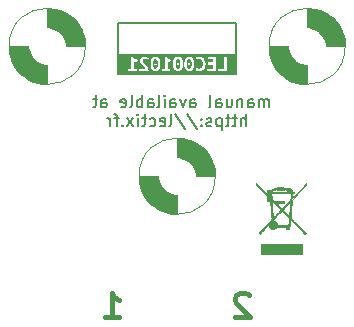
<source format=gbo>
G04 #@! TF.GenerationSoftware,KiCad,Pcbnew,6.0.9-8da3e8f707~116~ubuntu20.04.1*
G04 #@! TF.CreationDate,2023-03-23T19:36:49+00:00*
G04 #@! TF.ProjectId,LEC001021,4c454330-3031-4303-9231-2e6b69636164,rev?*
G04 #@! TF.SameCoordinates,Original*
G04 #@! TF.FileFunction,Legend,Bot*
G04 #@! TF.FilePolarity,Positive*
%FSLAX46Y46*%
G04 Gerber Fmt 4.6, Leading zero omitted, Abs format (unit mm)*
G04 Created by KiCad (PCBNEW 6.0.9-8da3e8f707~116~ubuntu20.04.1) date 2023-03-23 19:36:49*
%MOMM*%
%LPD*%
G01*
G04 APERTURE LIST*
%ADD10C,0.150000*%
%ADD11C,0.400000*%
%ADD12C,0.120000*%
%ADD13C,0.010000*%
G04 APERTURE END LIST*
D10*
X20000000Y-6375000D02*
X20000000Y-2000000D01*
X20000000Y-2000000D02*
X10000000Y-2000000D01*
X10000000Y-2000000D02*
X10000000Y-6375000D01*
X10000000Y-6375000D02*
X20000000Y-6375000D01*
D11*
X8928571Y-26904761D02*
X10071428Y-26904761D01*
X9500000Y-26904761D02*
X9500000Y-24904761D01*
X9690476Y-25190476D01*
X9880952Y-25380952D01*
X10071428Y-25476190D01*
X21071428Y-25095238D02*
X20976190Y-25000000D01*
X20785714Y-24904761D01*
X20309523Y-24904761D01*
X20119047Y-25000000D01*
X20023809Y-25095238D01*
X19928571Y-25285714D01*
X19928571Y-25476190D01*
X20023809Y-25761904D01*
X21166666Y-26904761D01*
X19928571Y-26904761D01*
D10*
X22761904Y-9147380D02*
X22761904Y-8480714D01*
X22761904Y-8575952D02*
X22714285Y-8528333D01*
X22619047Y-8480714D01*
X22476190Y-8480714D01*
X22380952Y-8528333D01*
X22333333Y-8623571D01*
X22333333Y-9147380D01*
X22333333Y-8623571D02*
X22285714Y-8528333D01*
X22190476Y-8480714D01*
X22047619Y-8480714D01*
X21952380Y-8528333D01*
X21904761Y-8623571D01*
X21904761Y-9147380D01*
X21000000Y-9147380D02*
X21000000Y-8623571D01*
X21047619Y-8528333D01*
X21142857Y-8480714D01*
X21333333Y-8480714D01*
X21428571Y-8528333D01*
X21000000Y-9099761D02*
X21095238Y-9147380D01*
X21333333Y-9147380D01*
X21428571Y-9099761D01*
X21476190Y-9004523D01*
X21476190Y-8909285D01*
X21428571Y-8814047D01*
X21333333Y-8766428D01*
X21095238Y-8766428D01*
X21000000Y-8718809D01*
X20523809Y-8480714D02*
X20523809Y-9147380D01*
X20523809Y-8575952D02*
X20476190Y-8528333D01*
X20380952Y-8480714D01*
X20238095Y-8480714D01*
X20142857Y-8528333D01*
X20095238Y-8623571D01*
X20095238Y-9147380D01*
X19190476Y-8480714D02*
X19190476Y-9147380D01*
X19619047Y-8480714D02*
X19619047Y-9004523D01*
X19571428Y-9099761D01*
X19476190Y-9147380D01*
X19333333Y-9147380D01*
X19238095Y-9099761D01*
X19190476Y-9052142D01*
X18285714Y-9147380D02*
X18285714Y-8623571D01*
X18333333Y-8528333D01*
X18428571Y-8480714D01*
X18619047Y-8480714D01*
X18714285Y-8528333D01*
X18285714Y-9099761D02*
X18380952Y-9147380D01*
X18619047Y-9147380D01*
X18714285Y-9099761D01*
X18761904Y-9004523D01*
X18761904Y-8909285D01*
X18714285Y-8814047D01*
X18619047Y-8766428D01*
X18380952Y-8766428D01*
X18285714Y-8718809D01*
X17666666Y-9147380D02*
X17761904Y-9099761D01*
X17809523Y-9004523D01*
X17809523Y-8147380D01*
X16095238Y-9147380D02*
X16095238Y-8623571D01*
X16142857Y-8528333D01*
X16238095Y-8480714D01*
X16428571Y-8480714D01*
X16523809Y-8528333D01*
X16095238Y-9099761D02*
X16190476Y-9147380D01*
X16428571Y-9147380D01*
X16523809Y-9099761D01*
X16571428Y-9004523D01*
X16571428Y-8909285D01*
X16523809Y-8814047D01*
X16428571Y-8766428D01*
X16190476Y-8766428D01*
X16095238Y-8718809D01*
X15714285Y-8480714D02*
X15476190Y-9147380D01*
X15238095Y-8480714D01*
X14428571Y-9147380D02*
X14428571Y-8623571D01*
X14476190Y-8528333D01*
X14571428Y-8480714D01*
X14761904Y-8480714D01*
X14857142Y-8528333D01*
X14428571Y-9099761D02*
X14523809Y-9147380D01*
X14761904Y-9147380D01*
X14857142Y-9099761D01*
X14904761Y-9004523D01*
X14904761Y-8909285D01*
X14857142Y-8814047D01*
X14761904Y-8766428D01*
X14523809Y-8766428D01*
X14428571Y-8718809D01*
X13952380Y-9147380D02*
X13952380Y-8480714D01*
X13952380Y-8147380D02*
X14000000Y-8195000D01*
X13952380Y-8242619D01*
X13904761Y-8195000D01*
X13952380Y-8147380D01*
X13952380Y-8242619D01*
X13333333Y-9147380D02*
X13428571Y-9099761D01*
X13476190Y-9004523D01*
X13476190Y-8147380D01*
X12523809Y-9147380D02*
X12523809Y-8623571D01*
X12571428Y-8528333D01*
X12666666Y-8480714D01*
X12857142Y-8480714D01*
X12952380Y-8528333D01*
X12523809Y-9099761D02*
X12619047Y-9147380D01*
X12857142Y-9147380D01*
X12952380Y-9099761D01*
X13000000Y-9004523D01*
X13000000Y-8909285D01*
X12952380Y-8814047D01*
X12857142Y-8766428D01*
X12619047Y-8766428D01*
X12523809Y-8718809D01*
X12047619Y-9147380D02*
X12047619Y-8147380D01*
X12047619Y-8528333D02*
X11952380Y-8480714D01*
X11761904Y-8480714D01*
X11666666Y-8528333D01*
X11619047Y-8575952D01*
X11571428Y-8671190D01*
X11571428Y-8956904D01*
X11619047Y-9052142D01*
X11666666Y-9099761D01*
X11761904Y-9147380D01*
X11952380Y-9147380D01*
X12047619Y-9099761D01*
X11000000Y-9147380D02*
X11095238Y-9099761D01*
X11142857Y-9004523D01*
X11142857Y-8147380D01*
X10238095Y-9099761D02*
X10333333Y-9147380D01*
X10523809Y-9147380D01*
X10619047Y-9099761D01*
X10666666Y-9004523D01*
X10666666Y-8623571D01*
X10619047Y-8528333D01*
X10523809Y-8480714D01*
X10333333Y-8480714D01*
X10238095Y-8528333D01*
X10190476Y-8623571D01*
X10190476Y-8718809D01*
X10666666Y-8814047D01*
X8571428Y-9147380D02*
X8571428Y-8623571D01*
X8619047Y-8528333D01*
X8714285Y-8480714D01*
X8904761Y-8480714D01*
X9000000Y-8528333D01*
X8571428Y-9099761D02*
X8666666Y-9147380D01*
X8904761Y-9147380D01*
X9000000Y-9099761D01*
X9047619Y-9004523D01*
X9047619Y-8909285D01*
X9000000Y-8814047D01*
X8904761Y-8766428D01*
X8666666Y-8766428D01*
X8571428Y-8718809D01*
X8238095Y-8480714D02*
X7857142Y-8480714D01*
X8095238Y-8147380D02*
X8095238Y-9004523D01*
X8047619Y-9099761D01*
X7952380Y-9147380D01*
X7857142Y-9147380D01*
X20809523Y-10757380D02*
X20809523Y-9757380D01*
X20380952Y-10757380D02*
X20380952Y-10233571D01*
X20428571Y-10138333D01*
X20523809Y-10090714D01*
X20666666Y-10090714D01*
X20761904Y-10138333D01*
X20809523Y-10185952D01*
X20047619Y-10090714D02*
X19666666Y-10090714D01*
X19904761Y-9757380D02*
X19904761Y-10614523D01*
X19857142Y-10709761D01*
X19761904Y-10757380D01*
X19666666Y-10757380D01*
X19476190Y-10090714D02*
X19095238Y-10090714D01*
X19333333Y-9757380D02*
X19333333Y-10614523D01*
X19285714Y-10709761D01*
X19190476Y-10757380D01*
X19095238Y-10757380D01*
X18761904Y-10090714D02*
X18761904Y-11090714D01*
X18761904Y-10138333D02*
X18666666Y-10090714D01*
X18476190Y-10090714D01*
X18380952Y-10138333D01*
X18333333Y-10185952D01*
X18285714Y-10281190D01*
X18285714Y-10566904D01*
X18333333Y-10662142D01*
X18380952Y-10709761D01*
X18476190Y-10757380D01*
X18666666Y-10757380D01*
X18761904Y-10709761D01*
X17904761Y-10709761D02*
X17809523Y-10757380D01*
X17619047Y-10757380D01*
X17523809Y-10709761D01*
X17476190Y-10614523D01*
X17476190Y-10566904D01*
X17523809Y-10471666D01*
X17619047Y-10424047D01*
X17761904Y-10424047D01*
X17857142Y-10376428D01*
X17904761Y-10281190D01*
X17904761Y-10233571D01*
X17857142Y-10138333D01*
X17761904Y-10090714D01*
X17619047Y-10090714D01*
X17523809Y-10138333D01*
X17047619Y-10662142D02*
X17000000Y-10709761D01*
X17047619Y-10757380D01*
X17095238Y-10709761D01*
X17047619Y-10662142D01*
X17047619Y-10757380D01*
X17047619Y-10138333D02*
X17000000Y-10185952D01*
X17047619Y-10233571D01*
X17095238Y-10185952D01*
X17047619Y-10138333D01*
X17047619Y-10233571D01*
X15857142Y-9709761D02*
X16714285Y-10995476D01*
X14809523Y-9709761D02*
X15666666Y-10995476D01*
X14333333Y-10757380D02*
X14428571Y-10709761D01*
X14476190Y-10614523D01*
X14476190Y-9757380D01*
X13571428Y-10709761D02*
X13666666Y-10757380D01*
X13857142Y-10757380D01*
X13952380Y-10709761D01*
X14000000Y-10614523D01*
X14000000Y-10233571D01*
X13952380Y-10138333D01*
X13857142Y-10090714D01*
X13666666Y-10090714D01*
X13571428Y-10138333D01*
X13523809Y-10233571D01*
X13523809Y-10328809D01*
X14000000Y-10424047D01*
X12666666Y-10709761D02*
X12761904Y-10757380D01*
X12952380Y-10757380D01*
X13047619Y-10709761D01*
X13095238Y-10662142D01*
X13142857Y-10566904D01*
X13142857Y-10281190D01*
X13095238Y-10185952D01*
X13047619Y-10138333D01*
X12952380Y-10090714D01*
X12761904Y-10090714D01*
X12666666Y-10138333D01*
X12380952Y-10090714D02*
X12000000Y-10090714D01*
X12238095Y-9757380D02*
X12238095Y-10614523D01*
X12190476Y-10709761D01*
X12095238Y-10757380D01*
X12000000Y-10757380D01*
X11666666Y-10757380D02*
X11666666Y-10090714D01*
X11666666Y-9757380D02*
X11714285Y-9805000D01*
X11666666Y-9852619D01*
X11619047Y-9805000D01*
X11666666Y-9757380D01*
X11666666Y-9852619D01*
X11285714Y-10757380D02*
X10761904Y-10090714D01*
X11285714Y-10090714D02*
X10761904Y-10757380D01*
X10380952Y-10662142D02*
X10333333Y-10709761D01*
X10380952Y-10757380D01*
X10428571Y-10709761D01*
X10380952Y-10662142D01*
X10380952Y-10757380D01*
X10047619Y-10090714D02*
X9666666Y-10090714D01*
X9904761Y-10757380D02*
X9904761Y-9900238D01*
X9857142Y-9805000D01*
X9761904Y-9757380D01*
X9666666Y-9757380D01*
X9333333Y-10757380D02*
X9333333Y-10090714D01*
X9333333Y-10281190D02*
X9285714Y-10185952D01*
X9238095Y-10138333D01*
X9142857Y-10090714D01*
X9047619Y-10090714D01*
D12*
G04 #@! TO.C,H2*
X7224903Y-4000000D02*
G75*
G03*
X7224903Y-4000000I-3224903J0D01*
G01*
G36*
X2400000Y-4100000D02*
G01*
X2500000Y-4500000D01*
X2700000Y-4900000D01*
X3100000Y-5300000D01*
X3500000Y-5500000D01*
X3900000Y-5600000D01*
X4000000Y-5600000D01*
X4000000Y-7224903D01*
X3500000Y-7200000D01*
X2500000Y-6900000D01*
X1700000Y-6300000D01*
X1200000Y-5600000D01*
X900000Y-4900000D01*
X800000Y-4500000D01*
X800000Y-4000000D01*
X2400000Y-4000000D01*
X2400000Y-4100000D01*
G37*
D13*
X2400000Y-4100000D02*
X2500000Y-4500000D01*
X2700000Y-4900000D01*
X3100000Y-5300000D01*
X3500000Y-5500000D01*
X3900000Y-5600000D01*
X4000000Y-5600000D01*
X4000000Y-7224903D01*
X3500000Y-7200000D01*
X2500000Y-6900000D01*
X1700000Y-6300000D01*
X1200000Y-5600000D01*
X900000Y-4900000D01*
X800000Y-4500000D01*
X800000Y-4000000D01*
X2400000Y-4000000D01*
X2400000Y-4100000D01*
G36*
X4500000Y-800000D02*
G01*
X5500000Y-1100000D01*
X6300000Y-1700000D01*
X6800000Y-2400000D01*
X7100000Y-3100000D01*
X7200000Y-3500000D01*
X7200000Y-4000000D01*
X5600000Y-4000000D01*
X5600000Y-3900000D01*
X5500000Y-3500000D01*
X5300000Y-3100000D01*
X4900000Y-2700000D01*
X4500000Y-2500000D01*
X4100000Y-2400000D01*
X4000000Y-2400000D01*
X4000000Y-775097D01*
X4500000Y-800000D01*
G37*
X4500000Y-800000D02*
X5500000Y-1100000D01*
X6300000Y-1700000D01*
X6800000Y-2400000D01*
X7100000Y-3100000D01*
X7200000Y-3500000D01*
X7200000Y-4000000D01*
X5600000Y-4000000D01*
X5600000Y-3900000D01*
X5500000Y-3500000D01*
X5300000Y-3100000D01*
X4900000Y-2700000D01*
X4500000Y-2500000D01*
X4100000Y-2400000D01*
X4000000Y-2400000D01*
X4000000Y-775097D01*
X4500000Y-800000D01*
D12*
G04 #@! TO.C,H3*
X29224903Y-4000000D02*
G75*
G03*
X29224903Y-4000000I-3224903J0D01*
G01*
G36*
X26500000Y-800000D02*
G01*
X27500000Y-1100000D01*
X28300000Y-1700000D01*
X28800000Y-2400000D01*
X29100000Y-3100000D01*
X29200000Y-3500000D01*
X29200000Y-4000000D01*
X27600000Y-4000000D01*
X27600000Y-3900000D01*
X27500000Y-3500000D01*
X27300000Y-3100000D01*
X26900000Y-2700000D01*
X26500000Y-2500000D01*
X26100000Y-2400000D01*
X26000000Y-2400000D01*
X26000000Y-775097D01*
X26500000Y-800000D01*
G37*
D13*
X26500000Y-800000D02*
X27500000Y-1100000D01*
X28300000Y-1700000D01*
X28800000Y-2400000D01*
X29100000Y-3100000D01*
X29200000Y-3500000D01*
X29200000Y-4000000D01*
X27600000Y-4000000D01*
X27600000Y-3900000D01*
X27500000Y-3500000D01*
X27300000Y-3100000D01*
X26900000Y-2700000D01*
X26500000Y-2500000D01*
X26100000Y-2400000D01*
X26000000Y-2400000D01*
X26000000Y-775097D01*
X26500000Y-800000D01*
G36*
X24400000Y-4100000D02*
G01*
X24500000Y-4500000D01*
X24700000Y-4900000D01*
X25100000Y-5300000D01*
X25500000Y-5500000D01*
X25900000Y-5600000D01*
X26000000Y-5600000D01*
X26000000Y-7224903D01*
X25500000Y-7200000D01*
X24500000Y-6900000D01*
X23700000Y-6300000D01*
X23200000Y-5600000D01*
X22900000Y-4900000D01*
X22800000Y-4500000D01*
X22800000Y-4000000D01*
X24400000Y-4000000D01*
X24400000Y-4100000D01*
G37*
X24400000Y-4100000D02*
X24500000Y-4500000D01*
X24700000Y-4900000D01*
X25100000Y-5300000D01*
X25500000Y-5500000D01*
X25900000Y-5600000D01*
X26000000Y-5600000D01*
X26000000Y-7224903D01*
X25500000Y-7200000D01*
X24500000Y-6900000D01*
X23700000Y-6300000D01*
X23200000Y-5600000D01*
X22900000Y-4900000D01*
X22800000Y-4500000D01*
X22800000Y-4000000D01*
X24400000Y-4000000D01*
X24400000Y-4100000D01*
D12*
G04 #@! TO.C,H1*
X18224903Y-15000000D02*
G75*
G03*
X18224903Y-15000000I-3224903J0D01*
G01*
G36*
X15500000Y-11800000D02*
G01*
X16500000Y-12100000D01*
X17300000Y-12700000D01*
X17800000Y-13400000D01*
X18100000Y-14100000D01*
X18200000Y-14500000D01*
X18200000Y-15000000D01*
X16600000Y-15000000D01*
X16600000Y-14900000D01*
X16500000Y-14500000D01*
X16300000Y-14100000D01*
X15900000Y-13700000D01*
X15500000Y-13500000D01*
X15100000Y-13400000D01*
X15000000Y-13400000D01*
X15000000Y-11775097D01*
X15500000Y-11800000D01*
G37*
D13*
X15500000Y-11800000D02*
X16500000Y-12100000D01*
X17300000Y-12700000D01*
X17800000Y-13400000D01*
X18100000Y-14100000D01*
X18200000Y-14500000D01*
X18200000Y-15000000D01*
X16600000Y-15000000D01*
X16600000Y-14900000D01*
X16500000Y-14500000D01*
X16300000Y-14100000D01*
X15900000Y-13700000D01*
X15500000Y-13500000D01*
X15100000Y-13400000D01*
X15000000Y-13400000D01*
X15000000Y-11775097D01*
X15500000Y-11800000D01*
G36*
X13400000Y-15100000D02*
G01*
X13500000Y-15500000D01*
X13700000Y-15900000D01*
X14100000Y-16300000D01*
X14500000Y-16500000D01*
X14900000Y-16600000D01*
X15000000Y-16600000D01*
X15000000Y-18224903D01*
X14500000Y-18200000D01*
X13500000Y-17900000D01*
X12700000Y-17300000D01*
X12200000Y-16600000D01*
X11900000Y-15900000D01*
X11800000Y-15500000D01*
X11800000Y-15000000D01*
X13400000Y-15000000D01*
X13400000Y-15100000D01*
G37*
X13400000Y-15100000D02*
X13500000Y-15500000D01*
X13700000Y-15900000D01*
X14100000Y-16300000D01*
X14500000Y-16500000D01*
X14900000Y-16600000D01*
X15000000Y-16600000D01*
X15000000Y-18224903D01*
X14500000Y-18200000D01*
X13500000Y-17900000D01*
X12700000Y-17300000D01*
X12200000Y-16600000D01*
X11900000Y-15900000D01*
X11800000Y-15500000D01*
X11800000Y-15000000D01*
X13400000Y-15000000D01*
X13400000Y-15100000D01*
G04 #@! TO.C,kibuzzard-6239BEEF*
G36*
X12988892Y-5257612D02*
G01*
X13016938Y-5176437D01*
X13079088Y-5097142D01*
X13164575Y-5070710D01*
X13248871Y-5097142D01*
X13311260Y-5176437D01*
X13339835Y-5257612D01*
X13356980Y-5360164D01*
X13362695Y-5484095D01*
X13356980Y-5609084D01*
X13339835Y-5712272D01*
X13311260Y-5793658D01*
X13248871Y-5872953D01*
X13164575Y-5899385D01*
X13079088Y-5872953D01*
X13016938Y-5793658D01*
X12988892Y-5712272D01*
X12972064Y-5609084D01*
X12966455Y-5484095D01*
X12967317Y-5465045D01*
X13057895Y-5465045D01*
X13087422Y-5553628D01*
X13162670Y-5590775D01*
X13240775Y-5553628D01*
X13269350Y-5465045D01*
X13240775Y-5375510D01*
X13162670Y-5337410D01*
X13087422Y-5375510D01*
X13057895Y-5465045D01*
X12967317Y-5465045D01*
X12972064Y-5360164D01*
X12988892Y-5257612D01*
G37*
G36*
X14893892Y-5257612D02*
G01*
X14921937Y-5176437D01*
X14984088Y-5097142D01*
X15069575Y-5070710D01*
X15153871Y-5097142D01*
X15216260Y-5176437D01*
X15244835Y-5257612D01*
X15261980Y-5360164D01*
X15267695Y-5484095D01*
X15261980Y-5609084D01*
X15244835Y-5712272D01*
X15216260Y-5793658D01*
X15153871Y-5872953D01*
X15069575Y-5899385D01*
X14984088Y-5872953D01*
X14921937Y-5793658D01*
X14893892Y-5712272D01*
X14877064Y-5609084D01*
X14871455Y-5484095D01*
X14872317Y-5465045D01*
X14962895Y-5465045D01*
X14992422Y-5553628D01*
X15067670Y-5590775D01*
X15145775Y-5553628D01*
X15174350Y-5465045D01*
X15145775Y-5375510D01*
X15067670Y-5337410D01*
X14992422Y-5375510D01*
X14962895Y-5465045D01*
X14872317Y-5465045D01*
X14877064Y-5360164D01*
X14893892Y-5257612D01*
G37*
G36*
X20064776Y-6339440D02*
G01*
X10017224Y-6339440D01*
X10017224Y-6076550D01*
X10861430Y-6076550D01*
X11577710Y-6076550D01*
X11808215Y-6076550D01*
X12577835Y-6076550D01*
X12582597Y-6028925D01*
X12581645Y-5988920D01*
X12572834Y-5897480D01*
X12546402Y-5813660D01*
X12506397Y-5736746D01*
X12456867Y-5666023D01*
X12400670Y-5600776D01*
X12340662Y-5540293D01*
X12281408Y-5484095D01*
X12755000Y-5484095D01*
X12761548Y-5630304D01*
X12781194Y-5756510D01*
X12813936Y-5862714D01*
X12859775Y-5948915D01*
X12940208Y-6033582D01*
X13041808Y-6084382D01*
X13164575Y-6101315D01*
X13287342Y-6084382D01*
X13303006Y-6076550D01*
X13718930Y-6076550D01*
X14435210Y-6076550D01*
X14435210Y-5882240D01*
X14187560Y-5882240D01*
X14187560Y-5484095D01*
X14660000Y-5484095D01*
X14666548Y-5630304D01*
X14686194Y-5756510D01*
X14718936Y-5862714D01*
X14764775Y-5948915D01*
X14845208Y-6033582D01*
X14946808Y-6084382D01*
X15069575Y-6101315D01*
X15192342Y-6084382D01*
X15293942Y-6033582D01*
X15374375Y-5948915D01*
X15420214Y-5862714D01*
X15452956Y-5756510D01*
X15472602Y-5630304D01*
X15479150Y-5484095D01*
X15612500Y-5484095D01*
X15619048Y-5630304D01*
X15638694Y-5756510D01*
X15671436Y-5862714D01*
X15717275Y-5948915D01*
X15797708Y-6033582D01*
X15899308Y-6084382D01*
X16022075Y-6101315D01*
X16144842Y-6084382D01*
X16246442Y-6033582D01*
X16259915Y-6019400D01*
X16557380Y-6019400D01*
X16691683Y-6075598D01*
X16782884Y-6094886D01*
X16886945Y-6101315D01*
X17040192Y-6083535D01*
X17056823Y-6076550D01*
X17527025Y-6076550D01*
X18283310Y-6076550D01*
X18479525Y-6076550D01*
X19220570Y-6076550D01*
X19220570Y-4897355D01*
X18984350Y-4897355D01*
X18984350Y-5882240D01*
X18479525Y-5882240D01*
X18479525Y-6076550D01*
X18283310Y-6076550D01*
X18283310Y-4897355D01*
X17568935Y-4897355D01*
X17568935Y-5091665D01*
X18048995Y-5091665D01*
X18048995Y-5356460D01*
X17631800Y-5356460D01*
X17631800Y-5550770D01*
X18048995Y-5550770D01*
X18048995Y-5882240D01*
X17527025Y-5882240D01*
X17527025Y-6076550D01*
X17056823Y-6076550D01*
X17167192Y-6030195D01*
X17267945Y-5941295D01*
X17325452Y-5852832D01*
X17366529Y-5747461D01*
X17391175Y-5625184D01*
X17399390Y-5486000D01*
X17389389Y-5347411D01*
X17359385Y-5225015D01*
X17311522Y-5119526D01*
X17247943Y-5031657D01*
X17169838Y-4962125D01*
X17078398Y-4911642D01*
X16975766Y-4880924D01*
X16864085Y-4870685D01*
X16750738Y-4881162D01*
X16662155Y-4904975D01*
X16598338Y-4933550D01*
X16559285Y-4956410D01*
X16620245Y-5143100D01*
X16725973Y-5094522D01*
X16867895Y-5074520D01*
X16975528Y-5094522D01*
X17068873Y-5161197D01*
X17135548Y-5285975D01*
X17154836Y-5373605D01*
X17161265Y-5480285D01*
X17153539Y-5604428D01*
X17130362Y-5707615D01*
X17091733Y-5789848D01*
X17000054Y-5870572D01*
X16864085Y-5897480D01*
X16712638Y-5876525D01*
X16616435Y-5834615D01*
X16557380Y-6019400D01*
X16259915Y-6019400D01*
X16326875Y-5948915D01*
X16372714Y-5862714D01*
X16405456Y-5756510D01*
X16425102Y-5630304D01*
X16431650Y-5484095D01*
X16424983Y-5339553D01*
X16404980Y-5214537D01*
X16371643Y-5109048D01*
X16324970Y-5023085D01*
X16243902Y-4938418D01*
X16142937Y-4887618D01*
X16022075Y-4870685D01*
X15899308Y-4887512D01*
X15797708Y-4937995D01*
X15717275Y-5022132D01*
X15671436Y-5107798D01*
X15638694Y-5213347D01*
X15619048Y-5338779D01*
X15612500Y-5484095D01*
X15479150Y-5484095D01*
X15472483Y-5339553D01*
X15452480Y-5214537D01*
X15419143Y-5109048D01*
X15372470Y-5023085D01*
X15291402Y-4938418D01*
X15190437Y-4887618D01*
X15069575Y-4870685D01*
X14946808Y-4887512D01*
X14845208Y-4937995D01*
X14764775Y-5022132D01*
X14718936Y-5107798D01*
X14686194Y-5213347D01*
X14666548Y-5338779D01*
X14660000Y-5484095D01*
X14187560Y-5484095D01*
X14187560Y-5223110D01*
X14309480Y-5290737D01*
X14425685Y-5337410D01*
X14501885Y-5143100D01*
X14402825Y-5099285D01*
X14296145Y-5040230D01*
X14195180Y-4971650D01*
X14113265Y-4897355D01*
X13953245Y-4897355D01*
X13953245Y-5882240D01*
X13718930Y-5882240D01*
X13718930Y-6076550D01*
X13303006Y-6076550D01*
X13388942Y-6033582D01*
X13469375Y-5948915D01*
X13515214Y-5862714D01*
X13547956Y-5756510D01*
X13567602Y-5630304D01*
X13574150Y-5484095D01*
X13567482Y-5339553D01*
X13547480Y-5214537D01*
X13514142Y-5109048D01*
X13467470Y-5023085D01*
X13386402Y-4938418D01*
X13285437Y-4887618D01*
X13164575Y-4870685D01*
X13041808Y-4887512D01*
X12940208Y-4937995D01*
X12859775Y-5022132D01*
X12813936Y-5107798D01*
X12781194Y-5213347D01*
X12761548Y-5338779D01*
X12755000Y-5484095D01*
X12281408Y-5484095D01*
X12280655Y-5483381D01*
X12224457Y-5428850D01*
X12134922Y-5325980D01*
X12099680Y-5225015D01*
X12143495Y-5113572D01*
X12253985Y-5074520D01*
X12370190Y-5101190D01*
X12490205Y-5190725D01*
X12606410Y-5026895D01*
X12524257Y-4957362D01*
X12430197Y-4908785D01*
X12330423Y-4880210D01*
X12231125Y-4870685D01*
X12092060Y-4891640D01*
X11973950Y-4954505D01*
X11892035Y-5060232D01*
X11861555Y-5207870D01*
X11884415Y-5325027D01*
X11945375Y-5434565D01*
X12031100Y-5537435D01*
X12128255Y-5632685D01*
X12185405Y-5686978D01*
X12246365Y-5751748D01*
X12294942Y-5819375D01*
X12314945Y-5882240D01*
X11808215Y-5882240D01*
X11808215Y-6076550D01*
X11577710Y-6076550D01*
X11577710Y-5882240D01*
X11330060Y-5882240D01*
X11330060Y-5223110D01*
X11451980Y-5290737D01*
X11568185Y-5337410D01*
X11644385Y-5143100D01*
X11545325Y-5099285D01*
X11438645Y-5040230D01*
X11337680Y-4971650D01*
X11255765Y-4897355D01*
X11095745Y-4897355D01*
X11095745Y-5882240D01*
X10861430Y-5882240D01*
X10861430Y-6076550D01*
X10017224Y-6076550D01*
X10017224Y-4632560D01*
X20064776Y-4632560D01*
X20064776Y-6339440D01*
G37*
G36*
X15846392Y-5257612D02*
G01*
X15874438Y-5176437D01*
X15936588Y-5097142D01*
X16022075Y-5070710D01*
X16106371Y-5097142D01*
X16168760Y-5176437D01*
X16197335Y-5257612D01*
X16214480Y-5360164D01*
X16220195Y-5484095D01*
X16214480Y-5609084D01*
X16197335Y-5712272D01*
X16168760Y-5793658D01*
X16106371Y-5872953D01*
X16022075Y-5899385D01*
X15936588Y-5872953D01*
X15874438Y-5793658D01*
X15846392Y-5712272D01*
X15829564Y-5609084D01*
X15823955Y-5484095D01*
X15824817Y-5465045D01*
X15915395Y-5465045D01*
X15944923Y-5553628D01*
X16020170Y-5590775D01*
X16098275Y-5553628D01*
X16126850Y-5465045D01*
X16098275Y-5375510D01*
X16020170Y-5337410D01*
X15944923Y-5375510D01*
X15915395Y-5465045D01*
X15824817Y-5465045D01*
X15829564Y-5360164D01*
X15846392Y-5257612D01*
G37*
G04 #@! TO.C,REF\u002A\u002A*
G36*
X24815662Y-16327696D02*
G01*
X24855314Y-16328782D01*
X24923109Y-16328782D01*
X24923109Y-16441951D01*
X24763577Y-16441951D01*
X24748682Y-16619732D01*
X24746682Y-16644037D01*
X24742023Y-16704880D01*
X24738731Y-16754389D01*
X24737092Y-16787992D01*
X24737390Y-16801116D01*
X24741724Y-16797343D01*
X24761496Y-16777676D01*
X24795679Y-16742818D01*
X24842541Y-16694576D01*
X24900354Y-16634757D01*
X24967387Y-16565167D01*
X25041912Y-16487615D01*
X25122197Y-16403907D01*
X25206513Y-16315849D01*
X25293130Y-16225250D01*
X25380319Y-16133915D01*
X25466349Y-16043653D01*
X25549492Y-15956269D01*
X25628016Y-15873572D01*
X25700192Y-15797368D01*
X25764291Y-15729463D01*
X25818583Y-15671666D01*
X25915592Y-15568040D01*
X25916034Y-15656315D01*
X25916475Y-15744589D01*
X25315938Y-16376158D01*
X24715401Y-17007726D01*
X24703396Y-17151674D01*
X24655365Y-17727635D01*
X24646876Y-17829791D01*
X24636343Y-17957612D01*
X24626621Y-18076767D01*
X24617898Y-18184914D01*
X24610358Y-18279713D01*
X24604187Y-18358819D01*
X24599573Y-18419892D01*
X24596700Y-18460590D01*
X24595754Y-18478570D01*
X24598251Y-18486808D01*
X24609471Y-18504599D01*
X24630751Y-18531411D01*
X24641021Y-18543129D01*
X24663225Y-18568466D01*
X24708023Y-18616986D01*
X24766281Y-18678192D01*
X24839129Y-18753307D01*
X24927703Y-18843550D01*
X25033134Y-18950145D01*
X25102492Y-19020093D01*
X25199179Y-19117658D01*
X25295526Y-19214941D01*
X25388638Y-19309014D01*
X25475618Y-19396950D01*
X25553569Y-19475820D01*
X25619596Y-19542699D01*
X25670802Y-19594658D01*
X25871514Y-19798620D01*
X25835058Y-19836671D01*
X25826460Y-19845245D01*
X25801095Y-19866297D01*
X25783695Y-19874723D01*
X25770071Y-19867530D01*
X25744743Y-19845944D01*
X25714379Y-19814995D01*
X25695896Y-19795448D01*
X25661427Y-19759752D01*
X25612712Y-19709684D01*
X25551469Y-19647001D01*
X25479420Y-19573457D01*
X25398285Y-19490810D01*
X25309784Y-19400815D01*
X25215637Y-19305228D01*
X25117565Y-19205805D01*
X24575161Y-18656343D01*
X24553066Y-18941746D01*
X24548250Y-19002662D01*
X24541216Y-19084548D01*
X24534872Y-19146569D01*
X24528748Y-19191987D01*
X24522373Y-19224062D01*
X24515277Y-19246052D01*
X24506991Y-19261219D01*
X24495393Y-19282416D01*
X24485850Y-19321386D01*
X24483010Y-19377531D01*
X24483010Y-19459773D01*
X24256674Y-19459773D01*
X24256674Y-19283733D01*
X23411082Y-19283733D01*
X23362203Y-19339262D01*
X23348836Y-19353722D01*
X23276388Y-19411813D01*
X23194532Y-19447576D01*
X23105900Y-19459773D01*
X23027692Y-19453306D01*
X22939233Y-19426047D01*
X22863507Y-19377328D01*
X22848748Y-19363403D01*
X22811864Y-19318328D01*
X22779503Y-19265819D01*
X22756297Y-19214061D01*
X22746879Y-19171239D01*
X22746697Y-19165023D01*
X22745342Y-19142246D01*
X22741800Y-19126513D01*
X22734390Y-19119068D01*
X22721431Y-19121156D01*
X22701243Y-19134020D01*
X22672145Y-19158905D01*
X22632456Y-19197053D01*
X22580496Y-19249710D01*
X22514584Y-19318119D01*
X22433040Y-19403524D01*
X22389604Y-19449112D01*
X22317000Y-19525441D01*
X22248309Y-19597808D01*
X22186223Y-19663366D01*
X22133434Y-19719274D01*
X22092634Y-19762686D01*
X22066515Y-19790758D01*
X21995119Y-19868436D01*
X21906863Y-19780416D01*
X22452690Y-19208287D01*
X22487105Y-19172188D01*
X22609546Y-19043272D01*
X22714651Y-18931754D01*
X22802736Y-18837288D01*
X22874116Y-18759529D01*
X22924588Y-18703174D01*
X23131247Y-18703174D01*
X23132872Y-18716434D01*
X23133156Y-18717819D01*
X23146698Y-18749228D01*
X23173748Y-18763863D01*
X23257129Y-18795063D01*
X23331418Y-18847038D01*
X23389846Y-18915791D01*
X23429890Y-18998315D01*
X23449026Y-19091606D01*
X23455364Y-19170565D01*
X24404838Y-19170565D01*
X24411458Y-19142273D01*
X24412629Y-19135329D01*
X24416268Y-19104281D01*
X24421234Y-19054081D01*
X24427157Y-18988727D01*
X24433669Y-18912219D01*
X24440401Y-18828555D01*
X24462724Y-18543129D01*
X24161826Y-18237565D01*
X24106636Y-18181704D01*
X24039109Y-18113888D01*
X23978529Y-18053643D01*
X23927021Y-18003052D01*
X23886710Y-17964200D01*
X23859722Y-17939170D01*
X23848182Y-17930046D01*
X23840444Y-17934405D01*
X23817395Y-17954241D01*
X23782709Y-17987375D01*
X23739487Y-18030820D01*
X23690832Y-18081587D01*
X23678140Y-18095051D01*
X23621229Y-18155275D01*
X23553414Y-18226864D01*
X23479800Y-18304437D01*
X23405493Y-18382611D01*
X23335599Y-18456005D01*
X23331401Y-18460409D01*
X23266420Y-18528785D01*
X23216836Y-18581732D01*
X23180688Y-18621767D01*
X23156016Y-18651411D01*
X23140858Y-18673181D01*
X23133256Y-18689595D01*
X23131247Y-18703174D01*
X22924588Y-18703174D01*
X22929105Y-18698131D01*
X22968019Y-18652748D01*
X22991173Y-18623035D01*
X22998882Y-18608644D01*
X22998883Y-18608559D01*
X22997825Y-18590624D01*
X22994737Y-18550421D01*
X22989858Y-18490687D01*
X22983432Y-18414158D01*
X22975700Y-18323569D01*
X22966905Y-18221657D01*
X22957287Y-18111159D01*
X22947091Y-17994811D01*
X22936556Y-17875348D01*
X22925926Y-17755507D01*
X22915442Y-17638025D01*
X22905346Y-17525637D01*
X22895881Y-17421081D01*
X22887288Y-17327091D01*
X22879809Y-17246405D01*
X22873687Y-17181759D01*
X22869162Y-17135888D01*
X22866478Y-17111530D01*
X22861067Y-17070732D01*
X22990253Y-17070732D01*
X22991908Y-17101653D01*
X22995549Y-17153653D01*
X23000995Y-17224487D01*
X23008063Y-17311911D01*
X23016570Y-17413681D01*
X23026335Y-17527552D01*
X23037174Y-17651279D01*
X23048907Y-17782618D01*
X23058079Y-17883908D01*
X23069566Y-18009526D01*
X23080322Y-18125762D01*
X23090131Y-18230380D01*
X23098781Y-18321140D01*
X23106057Y-18395804D01*
X23111746Y-18452134D01*
X23115634Y-18487891D01*
X23117506Y-18500837D01*
X23123188Y-18496826D01*
X23144020Y-18477138D01*
X23177872Y-18443322D01*
X23222412Y-18397837D01*
X23275310Y-18343146D01*
X23334236Y-18281710D01*
X23396858Y-18215990D01*
X23460848Y-18148449D01*
X23523874Y-18081547D01*
X23583606Y-18017746D01*
X23637713Y-17959507D01*
X23683865Y-17909292D01*
X23719733Y-17869563D01*
X23742984Y-17842780D01*
X23749778Y-17833477D01*
X23931601Y-17833477D01*
X24207305Y-18108968D01*
X24274726Y-18176224D01*
X24338267Y-18239162D01*
X24387490Y-18287100D01*
X24424196Y-18321594D01*
X24450190Y-18344199D01*
X24467276Y-18356471D01*
X24477256Y-18359966D01*
X24481935Y-18356238D01*
X24483116Y-18346844D01*
X24483873Y-18331749D01*
X24486601Y-18292883D01*
X24491108Y-18233895D01*
X24497179Y-18157473D01*
X24504596Y-18066305D01*
X24513142Y-17963080D01*
X24522602Y-17850483D01*
X24532758Y-17731205D01*
X24541723Y-17626077D01*
X24551066Y-17515351D01*
X24559443Y-17414814D01*
X24566653Y-17326943D01*
X24572496Y-17254215D01*
X24576769Y-17199110D01*
X24579273Y-17164104D01*
X24579805Y-17151674D01*
X24579384Y-17151908D01*
X24567509Y-17163350D01*
X24541130Y-17190198D01*
X24502570Y-17230018D01*
X24454153Y-17280372D01*
X24398203Y-17338828D01*
X24337042Y-17402948D01*
X24272995Y-17470298D01*
X24208385Y-17538443D01*
X24145535Y-17604948D01*
X24086768Y-17667377D01*
X24034409Y-17723295D01*
X23933533Y-17831406D01*
X23931601Y-17833477D01*
X23749778Y-17833477D01*
X23751290Y-17831406D01*
X23743148Y-17820383D01*
X23719478Y-17793999D01*
X23682478Y-17754527D01*
X23634350Y-17704191D01*
X23577296Y-17645217D01*
X23513520Y-17579830D01*
X23445222Y-17510255D01*
X23374605Y-17438716D01*
X23303871Y-17367438D01*
X23235222Y-17298647D01*
X23170861Y-17234566D01*
X23112989Y-17177422D01*
X23063810Y-17129439D01*
X23025524Y-17092841D01*
X23000334Y-17069854D01*
X22990442Y-17062703D01*
X22990253Y-17070732D01*
X22861067Y-17070732D01*
X22859390Y-17058089D01*
X22584297Y-17058089D01*
X22584140Y-16957495D01*
X22684891Y-16957495D01*
X22766624Y-16957495D01*
X22773895Y-16957489D01*
X22814950Y-16956613D01*
X22837277Y-16952867D01*
X22846529Y-16944270D01*
X22848357Y-16928840D01*
X22840306Y-16906159D01*
X22812730Y-16868428D01*
X22766624Y-16819179D01*
X22684891Y-16738172D01*
X22684891Y-16957495D01*
X22584140Y-16957495D01*
X22583968Y-16847471D01*
X22583639Y-16636852D01*
X22131914Y-16177891D01*
X21680189Y-15718931D01*
X21679570Y-15631848D01*
X21678951Y-15544767D01*
X22220769Y-16093952D01*
X22273137Y-16146998D01*
X22381803Y-16256772D01*
X22474709Y-16350114D01*
X22553055Y-16428173D01*
X22618043Y-16492097D01*
X22670872Y-16543035D01*
X22712743Y-16582135D01*
X22744855Y-16610548D01*
X22768410Y-16629420D01*
X22784608Y-16639901D01*
X22794649Y-16643139D01*
X22811579Y-16642158D01*
X22821084Y-16634996D01*
X22822723Y-16615401D01*
X22818782Y-16577124D01*
X22816065Y-16553025D01*
X22812284Y-16512744D01*
X22810760Y-16485961D01*
X22810015Y-16476728D01*
X22802746Y-16466839D01*
X22782668Y-16463562D01*
X22743689Y-16464992D01*
X22733737Y-16465553D01*
X22693898Y-16464921D01*
X22665560Y-16456167D01*
X22645586Y-16441951D01*
X22928852Y-16441951D01*
X22933013Y-16489104D01*
X22934935Y-16510498D01*
X22940924Y-16568909D01*
X22946826Y-16607381D01*
X22953727Y-16629912D01*
X22962712Y-16640498D01*
X22974870Y-16643139D01*
X22985801Y-16644937D01*
X22993050Y-16653530D01*
X22997100Y-16673505D01*
X22998863Y-16709450D01*
X22999248Y-16765952D01*
X22999248Y-16888766D01*
X23039447Y-16928840D01*
X23137565Y-17026654D01*
X23275881Y-17164542D01*
X23275881Y-17058089D01*
X24030337Y-17058089D01*
X24030337Y-17297000D01*
X23411831Y-17297000D01*
X23621592Y-17513906D01*
X23661770Y-17555334D01*
X23717328Y-17612200D01*
X23765570Y-17661082D01*
X23803971Y-17699441D01*
X23830003Y-17724741D01*
X23841140Y-17734442D01*
X23845373Y-17731767D01*
X23865224Y-17713782D01*
X23899451Y-17680481D01*
X23946227Y-17633712D01*
X24003724Y-17575325D01*
X24070112Y-17507169D01*
X24143564Y-17431094D01*
X24222251Y-17348950D01*
X24301341Y-17265943D01*
X24378871Y-17184136D01*
X24441746Y-17117083D01*
X24491502Y-17063007D01*
X24529678Y-17020129D01*
X24557811Y-16986673D01*
X24577440Y-16960861D01*
X24590101Y-16940914D01*
X24597334Y-16925056D01*
X24600675Y-16911509D01*
X24601561Y-16904910D01*
X24605488Y-16868548D01*
X24610459Y-16815018D01*
X24615927Y-16750421D01*
X24621344Y-16680862D01*
X24623181Y-16656635D01*
X24628488Y-16591178D01*
X24633548Y-16534717D01*
X24637863Y-16492618D01*
X24640934Y-16470243D01*
X24646955Y-16441951D01*
X22928852Y-16441951D01*
X22645586Y-16441951D01*
X22637630Y-16436289D01*
X22632820Y-16432104D01*
X22593482Y-16381427D01*
X22577903Y-16328782D01*
X22918698Y-16328782D01*
X24333221Y-16328782D01*
X24545881Y-16328782D01*
X24602908Y-16328782D01*
X24619993Y-16328662D01*
X24645308Y-16326462D01*
X24652616Y-16319334D01*
X24646943Y-16304508D01*
X24645267Y-16301682D01*
X24626448Y-16279944D01*
X24599183Y-16255820D01*
X24571987Y-16236254D01*
X24553371Y-16228188D01*
X24551697Y-16229463D01*
X24547544Y-16246976D01*
X24545881Y-16278485D01*
X24545881Y-16328782D01*
X24333221Y-16328782D01*
X24329526Y-16238095D01*
X24325832Y-16147407D01*
X24250386Y-16132252D01*
X24212551Y-16125379D01*
X24149368Y-16115756D01*
X24090065Y-16108496D01*
X24005188Y-16099893D01*
X24005188Y-16203040D01*
X23426773Y-16203040D01*
X23426773Y-16112122D01*
X23354471Y-16120753D01*
X23243998Y-16139249D01*
X23132816Y-16172691D01*
X23040850Y-16219324D01*
X22966542Y-16279786D01*
X22918698Y-16328782D01*
X22577903Y-16328782D01*
X22576172Y-16322934D01*
X22581474Y-16261575D01*
X22609975Y-16202297D01*
X22612733Y-16198606D01*
X22650822Y-16166851D01*
X22700476Y-16148067D01*
X22754002Y-16143071D01*
X22803707Y-16152678D01*
X22841900Y-16177704D01*
X22854831Y-16190480D01*
X22867428Y-16193576D01*
X22885467Y-16183998D01*
X22915928Y-16160082D01*
X22925274Y-16152731D01*
X22997430Y-16106339D01*
X23082915Y-16065084D01*
X23152830Y-16039575D01*
X23527367Y-16039575D01*
X23527367Y-16102446D01*
X23904594Y-16102446D01*
X23904594Y-16039575D01*
X23527367Y-16039575D01*
X23152830Y-16039575D01*
X23173767Y-16031936D01*
X23262027Y-16009868D01*
X23339736Y-16001852D01*
X23347991Y-16001788D01*
X23393879Y-15997321D01*
X23419079Y-15984795D01*
X23426773Y-15962784D01*
X23427676Y-15955849D01*
X23432615Y-15949885D01*
X23444611Y-15945519D01*
X23466680Y-15942503D01*
X23501836Y-15940590D01*
X23553094Y-15939530D01*
X23623471Y-15939077D01*
X23715980Y-15938980D01*
X23802660Y-15939150D01*
X23876332Y-15939834D01*
X23930265Y-15941215D01*
X23967288Y-15943470D01*
X23990230Y-15946778D01*
X24001920Y-15951320D01*
X24005188Y-15957272D01*
X24015937Y-15971888D01*
X24046055Y-15981215D01*
X24057582Y-15982847D01*
X24096886Y-15988591D01*
X24149188Y-15996378D01*
X24206376Y-16005003D01*
X24237916Y-16009393D01*
X24284074Y-16014148D01*
X24316641Y-16015295D01*
X24330023Y-16012495D01*
X24332308Y-16010671D01*
X24353405Y-16006165D01*
X24391355Y-16003029D01*
X24440048Y-16001852D01*
X24545881Y-16001852D01*
X24545894Y-16039575D01*
X24545894Y-16042718D01*
X24546388Y-16055668D01*
X24552819Y-16077411D01*
X24571123Y-16095851D01*
X24606830Y-16117801D01*
X24638174Y-16137854D01*
X24685893Y-16176356D01*
X24729138Y-16219579D01*
X24762219Y-16261627D01*
X24779442Y-16296604D01*
X24783662Y-16310081D01*
X24791480Y-16319334D01*
X24794116Y-16322454D01*
X24815662Y-16327696D01*
G37*
X24815662Y-16327696D02*
X24855314Y-16328782D01*
X24923109Y-16328782D01*
X24923109Y-16441951D01*
X24763577Y-16441951D01*
X24748682Y-16619732D01*
X24746682Y-16644037D01*
X24742023Y-16704880D01*
X24738731Y-16754389D01*
X24737092Y-16787992D01*
X24737390Y-16801116D01*
X24741724Y-16797343D01*
X24761496Y-16777676D01*
X24795679Y-16742818D01*
X24842541Y-16694576D01*
X24900354Y-16634757D01*
X24967387Y-16565167D01*
X25041912Y-16487615D01*
X25122197Y-16403907D01*
X25206513Y-16315849D01*
X25293130Y-16225250D01*
X25380319Y-16133915D01*
X25466349Y-16043653D01*
X25549492Y-15956269D01*
X25628016Y-15873572D01*
X25700192Y-15797368D01*
X25764291Y-15729463D01*
X25818583Y-15671666D01*
X25915592Y-15568040D01*
X25916034Y-15656315D01*
X25916475Y-15744589D01*
X25315938Y-16376158D01*
X24715401Y-17007726D01*
X24703396Y-17151674D01*
X24655365Y-17727635D01*
X24646876Y-17829791D01*
X24636343Y-17957612D01*
X24626621Y-18076767D01*
X24617898Y-18184914D01*
X24610358Y-18279713D01*
X24604187Y-18358819D01*
X24599573Y-18419892D01*
X24596700Y-18460590D01*
X24595754Y-18478570D01*
X24598251Y-18486808D01*
X24609471Y-18504599D01*
X24630751Y-18531411D01*
X24641021Y-18543129D01*
X24663225Y-18568466D01*
X24708023Y-18616986D01*
X24766281Y-18678192D01*
X24839129Y-18753307D01*
X24927703Y-18843550D01*
X25033134Y-18950145D01*
X25102492Y-19020093D01*
X25199179Y-19117658D01*
X25295526Y-19214941D01*
X25388638Y-19309014D01*
X25475618Y-19396950D01*
X25553569Y-19475820D01*
X25619596Y-19542699D01*
X25670802Y-19594658D01*
X25871514Y-19798620D01*
X25835058Y-19836671D01*
X25826460Y-19845245D01*
X25801095Y-19866297D01*
X25783695Y-19874723D01*
X25770071Y-19867530D01*
X25744743Y-19845944D01*
X25714379Y-19814995D01*
X25695896Y-19795448D01*
X25661427Y-19759752D01*
X25612712Y-19709684D01*
X25551469Y-19647001D01*
X25479420Y-19573457D01*
X25398285Y-19490810D01*
X25309784Y-19400815D01*
X25215637Y-19305228D01*
X25117565Y-19205805D01*
X24575161Y-18656343D01*
X24553066Y-18941746D01*
X24548250Y-19002662D01*
X24541216Y-19084548D01*
X24534872Y-19146569D01*
X24528748Y-19191987D01*
X24522373Y-19224062D01*
X24515277Y-19246052D01*
X24506991Y-19261219D01*
X24495393Y-19282416D01*
X24485850Y-19321386D01*
X24483010Y-19377531D01*
X24483010Y-19459773D01*
X24256674Y-19459773D01*
X24256674Y-19283733D01*
X23411082Y-19283733D01*
X23362203Y-19339262D01*
X23348836Y-19353722D01*
X23276388Y-19411813D01*
X23194532Y-19447576D01*
X23105900Y-19459773D01*
X23027692Y-19453306D01*
X22939233Y-19426047D01*
X22863507Y-19377328D01*
X22848748Y-19363403D01*
X22811864Y-19318328D01*
X22779503Y-19265819D01*
X22756297Y-19214061D01*
X22746879Y-19171239D01*
X22746697Y-19165023D01*
X22745342Y-19142246D01*
X22741800Y-19126513D01*
X22734390Y-19119068D01*
X22721431Y-19121156D01*
X22701243Y-19134020D01*
X22672145Y-19158905D01*
X22632456Y-19197053D01*
X22580496Y-19249710D01*
X22514584Y-19318119D01*
X22433040Y-19403524D01*
X22389604Y-19449112D01*
X22317000Y-19525441D01*
X22248309Y-19597808D01*
X22186223Y-19663366D01*
X22133434Y-19719274D01*
X22092634Y-19762686D01*
X22066515Y-19790758D01*
X21995119Y-19868436D01*
X21906863Y-19780416D01*
X22452690Y-19208287D01*
X22487105Y-19172188D01*
X22609546Y-19043272D01*
X22714651Y-18931754D01*
X22802736Y-18837288D01*
X22874116Y-18759529D01*
X22924588Y-18703174D01*
X23131247Y-18703174D01*
X23132872Y-18716434D01*
X23133156Y-18717819D01*
X23146698Y-18749228D01*
X23173748Y-18763863D01*
X23257129Y-18795063D01*
X23331418Y-18847038D01*
X23389846Y-18915791D01*
X23429890Y-18998315D01*
X23449026Y-19091606D01*
X23455364Y-19170565D01*
X24404838Y-19170565D01*
X24411458Y-19142273D01*
X24412629Y-19135329D01*
X24416268Y-19104281D01*
X24421234Y-19054081D01*
X24427157Y-18988727D01*
X24433669Y-18912219D01*
X24440401Y-18828555D01*
X24462724Y-18543129D01*
X24161826Y-18237565D01*
X24106636Y-18181704D01*
X24039109Y-18113888D01*
X23978529Y-18053643D01*
X23927021Y-18003052D01*
X23886710Y-17964200D01*
X23859722Y-17939170D01*
X23848182Y-17930046D01*
X23840444Y-17934405D01*
X23817395Y-17954241D01*
X23782709Y-17987375D01*
X23739487Y-18030820D01*
X23690832Y-18081587D01*
X23678140Y-18095051D01*
X23621229Y-18155275D01*
X23553414Y-18226864D01*
X23479800Y-18304437D01*
X23405493Y-18382611D01*
X23335599Y-18456005D01*
X23331401Y-18460409D01*
X23266420Y-18528785D01*
X23216836Y-18581732D01*
X23180688Y-18621767D01*
X23156016Y-18651411D01*
X23140858Y-18673181D01*
X23133256Y-18689595D01*
X23131247Y-18703174D01*
X22924588Y-18703174D01*
X22929105Y-18698131D01*
X22968019Y-18652748D01*
X22991173Y-18623035D01*
X22998882Y-18608644D01*
X22998883Y-18608559D01*
X22997825Y-18590624D01*
X22994737Y-18550421D01*
X22989858Y-18490687D01*
X22983432Y-18414158D01*
X22975700Y-18323569D01*
X22966905Y-18221657D01*
X22957287Y-18111159D01*
X22947091Y-17994811D01*
X22936556Y-17875348D01*
X22925926Y-17755507D01*
X22915442Y-17638025D01*
X22905346Y-17525637D01*
X22895881Y-17421081D01*
X22887288Y-17327091D01*
X22879809Y-17246405D01*
X22873687Y-17181759D01*
X22869162Y-17135888D01*
X22866478Y-17111530D01*
X22861067Y-17070732D01*
X22990253Y-17070732D01*
X22991908Y-17101653D01*
X22995549Y-17153653D01*
X23000995Y-17224487D01*
X23008063Y-17311911D01*
X23016570Y-17413681D01*
X23026335Y-17527552D01*
X23037174Y-17651279D01*
X23048907Y-17782618D01*
X23058079Y-17883908D01*
X23069566Y-18009526D01*
X23080322Y-18125762D01*
X23090131Y-18230380D01*
X23098781Y-18321140D01*
X23106057Y-18395804D01*
X23111746Y-18452134D01*
X23115634Y-18487891D01*
X23117506Y-18500837D01*
X23123188Y-18496826D01*
X23144020Y-18477138D01*
X23177872Y-18443322D01*
X23222412Y-18397837D01*
X23275310Y-18343146D01*
X23334236Y-18281710D01*
X23396858Y-18215990D01*
X23460848Y-18148449D01*
X23523874Y-18081547D01*
X23583606Y-18017746D01*
X23637713Y-17959507D01*
X23683865Y-17909292D01*
X23719733Y-17869563D01*
X23742984Y-17842780D01*
X23749778Y-17833477D01*
X23931601Y-17833477D01*
X24207305Y-18108968D01*
X24274726Y-18176224D01*
X24338267Y-18239162D01*
X24387490Y-18287100D01*
X24424196Y-18321594D01*
X24450190Y-18344199D01*
X24467276Y-18356471D01*
X24477256Y-18359966D01*
X24481935Y-18356238D01*
X24483116Y-18346844D01*
X24483873Y-18331749D01*
X24486601Y-18292883D01*
X24491108Y-18233895D01*
X24497179Y-18157473D01*
X24504596Y-18066305D01*
X24513142Y-17963080D01*
X24522602Y-17850483D01*
X24532758Y-17731205D01*
X24541723Y-17626077D01*
X24551066Y-17515351D01*
X24559443Y-17414814D01*
X24566653Y-17326943D01*
X24572496Y-17254215D01*
X24576769Y-17199110D01*
X24579273Y-17164104D01*
X24579805Y-17151674D01*
X24579384Y-17151908D01*
X24567509Y-17163350D01*
X24541130Y-17190198D01*
X24502570Y-17230018D01*
X24454153Y-17280372D01*
X24398203Y-17338828D01*
X24337042Y-17402948D01*
X24272995Y-17470298D01*
X24208385Y-17538443D01*
X24145535Y-17604948D01*
X24086768Y-17667377D01*
X24034409Y-17723295D01*
X23933533Y-17831406D01*
X23931601Y-17833477D01*
X23749778Y-17833477D01*
X23751290Y-17831406D01*
X23743148Y-17820383D01*
X23719478Y-17793999D01*
X23682478Y-17754527D01*
X23634350Y-17704191D01*
X23577296Y-17645217D01*
X23513520Y-17579830D01*
X23445222Y-17510255D01*
X23374605Y-17438716D01*
X23303871Y-17367438D01*
X23235222Y-17298647D01*
X23170861Y-17234566D01*
X23112989Y-17177422D01*
X23063810Y-17129439D01*
X23025524Y-17092841D01*
X23000334Y-17069854D01*
X22990442Y-17062703D01*
X22990253Y-17070732D01*
X22861067Y-17070732D01*
X22859390Y-17058089D01*
X22584297Y-17058089D01*
X22584140Y-16957495D01*
X22684891Y-16957495D01*
X22766624Y-16957495D01*
X22773895Y-16957489D01*
X22814950Y-16956613D01*
X22837277Y-16952867D01*
X22846529Y-16944270D01*
X22848357Y-16928840D01*
X22840306Y-16906159D01*
X22812730Y-16868428D01*
X22766624Y-16819179D01*
X22684891Y-16738172D01*
X22684891Y-16957495D01*
X22584140Y-16957495D01*
X22583968Y-16847471D01*
X22583639Y-16636852D01*
X22131914Y-16177891D01*
X21680189Y-15718931D01*
X21679570Y-15631848D01*
X21678951Y-15544767D01*
X22220769Y-16093952D01*
X22273137Y-16146998D01*
X22381803Y-16256772D01*
X22474709Y-16350114D01*
X22553055Y-16428173D01*
X22618043Y-16492097D01*
X22670872Y-16543035D01*
X22712743Y-16582135D01*
X22744855Y-16610548D01*
X22768410Y-16629420D01*
X22784608Y-16639901D01*
X22794649Y-16643139D01*
X22811579Y-16642158D01*
X22821084Y-16634996D01*
X22822723Y-16615401D01*
X22818782Y-16577124D01*
X22816065Y-16553025D01*
X22812284Y-16512744D01*
X22810760Y-16485961D01*
X22810015Y-16476728D01*
X22802746Y-16466839D01*
X22782668Y-16463562D01*
X22743689Y-16464992D01*
X22733737Y-16465553D01*
X22693898Y-16464921D01*
X22665560Y-16456167D01*
X22645586Y-16441951D01*
X22928852Y-16441951D01*
X22933013Y-16489104D01*
X22934935Y-16510498D01*
X22940924Y-16568909D01*
X22946826Y-16607381D01*
X22953727Y-16629912D01*
X22962712Y-16640498D01*
X22974870Y-16643139D01*
X22985801Y-16644937D01*
X22993050Y-16653530D01*
X22997100Y-16673505D01*
X22998863Y-16709450D01*
X22999248Y-16765952D01*
X22999248Y-16888766D01*
X23039447Y-16928840D01*
X23137565Y-17026654D01*
X23275881Y-17164542D01*
X23275881Y-17058089D01*
X24030337Y-17058089D01*
X24030337Y-17297000D01*
X23411831Y-17297000D01*
X23621592Y-17513906D01*
X23661770Y-17555334D01*
X23717328Y-17612200D01*
X23765570Y-17661082D01*
X23803971Y-17699441D01*
X23830003Y-17724741D01*
X23841140Y-17734442D01*
X23845373Y-17731767D01*
X23865224Y-17713782D01*
X23899451Y-17680481D01*
X23946227Y-17633712D01*
X24003724Y-17575325D01*
X24070112Y-17507169D01*
X24143564Y-17431094D01*
X24222251Y-17348950D01*
X24301341Y-17265943D01*
X24378871Y-17184136D01*
X24441746Y-17117083D01*
X24491502Y-17063007D01*
X24529678Y-17020129D01*
X24557811Y-16986673D01*
X24577440Y-16960861D01*
X24590101Y-16940914D01*
X24597334Y-16925056D01*
X24600675Y-16911509D01*
X24601561Y-16904910D01*
X24605488Y-16868548D01*
X24610459Y-16815018D01*
X24615927Y-16750421D01*
X24621344Y-16680862D01*
X24623181Y-16656635D01*
X24628488Y-16591178D01*
X24633548Y-16534717D01*
X24637863Y-16492618D01*
X24640934Y-16470243D01*
X24646955Y-16441951D01*
X22928852Y-16441951D01*
X22645586Y-16441951D01*
X22637630Y-16436289D01*
X22632820Y-16432104D01*
X22593482Y-16381427D01*
X22577903Y-16328782D01*
X22918698Y-16328782D01*
X24333221Y-16328782D01*
X24545881Y-16328782D01*
X24602908Y-16328782D01*
X24619993Y-16328662D01*
X24645308Y-16326462D01*
X24652616Y-16319334D01*
X24646943Y-16304508D01*
X24645267Y-16301682D01*
X24626448Y-16279944D01*
X24599183Y-16255820D01*
X24571987Y-16236254D01*
X24553371Y-16228188D01*
X24551697Y-16229463D01*
X24547544Y-16246976D01*
X24545881Y-16278485D01*
X24545881Y-16328782D01*
X24333221Y-16328782D01*
X24329526Y-16238095D01*
X24325832Y-16147407D01*
X24250386Y-16132252D01*
X24212551Y-16125379D01*
X24149368Y-16115756D01*
X24090065Y-16108496D01*
X24005188Y-16099893D01*
X24005188Y-16203040D01*
X23426773Y-16203040D01*
X23426773Y-16112122D01*
X23354471Y-16120753D01*
X23243998Y-16139249D01*
X23132816Y-16172691D01*
X23040850Y-16219324D01*
X22966542Y-16279786D01*
X22918698Y-16328782D01*
X22577903Y-16328782D01*
X22576172Y-16322934D01*
X22581474Y-16261575D01*
X22609975Y-16202297D01*
X22612733Y-16198606D01*
X22650822Y-16166851D01*
X22700476Y-16148067D01*
X22754002Y-16143071D01*
X22803707Y-16152678D01*
X22841900Y-16177704D01*
X22854831Y-16190480D01*
X22867428Y-16193576D01*
X22885467Y-16183998D01*
X22915928Y-16160082D01*
X22925274Y-16152731D01*
X22997430Y-16106339D01*
X23082915Y-16065084D01*
X23152830Y-16039575D01*
X23527367Y-16039575D01*
X23527367Y-16102446D01*
X23904594Y-16102446D01*
X23904594Y-16039575D01*
X23527367Y-16039575D01*
X23152830Y-16039575D01*
X23173767Y-16031936D01*
X23262027Y-16009868D01*
X23339736Y-16001852D01*
X23347991Y-16001788D01*
X23393879Y-15997321D01*
X23419079Y-15984795D01*
X23426773Y-15962784D01*
X23427676Y-15955849D01*
X23432615Y-15949885D01*
X23444611Y-15945519D01*
X23466680Y-15942503D01*
X23501836Y-15940590D01*
X23553094Y-15939530D01*
X23623471Y-15939077D01*
X23715980Y-15938980D01*
X23802660Y-15939150D01*
X23876332Y-15939834D01*
X23930265Y-15941215D01*
X23967288Y-15943470D01*
X23990230Y-15946778D01*
X24001920Y-15951320D01*
X24005188Y-15957272D01*
X24015937Y-15971888D01*
X24046055Y-15981215D01*
X24057582Y-15982847D01*
X24096886Y-15988591D01*
X24149188Y-15996378D01*
X24206376Y-16005003D01*
X24237916Y-16009393D01*
X24284074Y-16014148D01*
X24316641Y-16015295D01*
X24330023Y-16012495D01*
X24332308Y-16010671D01*
X24353405Y-16006165D01*
X24391355Y-16003029D01*
X24440048Y-16001852D01*
X24545881Y-16001852D01*
X24545894Y-16039575D01*
X24545894Y-16042718D01*
X24546388Y-16055668D01*
X24552819Y-16077411D01*
X24571123Y-16095851D01*
X24606830Y-16117801D01*
X24638174Y-16137854D01*
X24685893Y-16176356D01*
X24729138Y-16219579D01*
X24762219Y-16261627D01*
X24779442Y-16296604D01*
X24783662Y-16310081D01*
X24791480Y-16319334D01*
X24794116Y-16322454D01*
X24815662Y-16327696D01*
G36*
X25576971Y-21584822D02*
G01*
X22056178Y-21584822D01*
X22056178Y-20717198D01*
X25576971Y-20717198D01*
X25576971Y-21584822D01*
G37*
X25576971Y-21584822D02*
X22056178Y-21584822D01*
X22056178Y-20717198D01*
X25576971Y-20717198D01*
X25576971Y-21584822D01*
G04 #@! TD*
M02*

</source>
